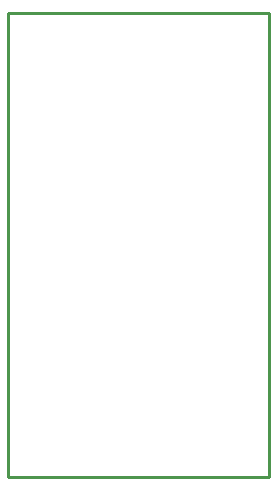
<source format=gm1>
G04 Layer_Color=16711935*
%FSLAX25Y25*%
%MOIN*%
G70*
G01*
G75*
%ADD61C,0.01000*%
D61*
X162992Y88976D02*
Y243504D01*
X249806D01*
Y88976D02*
Y243504D01*
X162992Y88976D02*
X249806D01*
M02*

</source>
